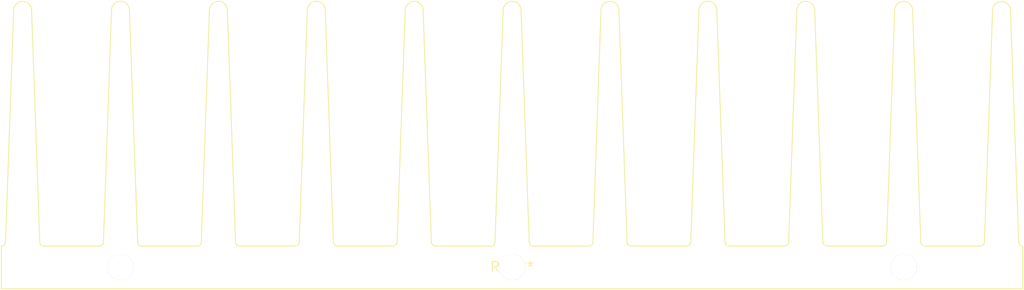
<source format=kicad_pcb>
(kicad_pcb (version 20240108) (generator pcbnew)
  (layers (0 "F.Cu" signal) (31 "B.Cu" signal) (34 "B.Paste" user) (35 "F.Paste" user) (36 "B.SilkS" user "B.Silkscreen") (37 "F.SilkS" user "F.Silkscreen") (38 "B.Mask" user) (39 "F.Mask" user) (44 "Edge.Cuts" user))
  (net 0 "")
  (footprint "Heatsink_125x35x50mm_3xFixationM3" (layer "F.Cu") (at 0 0)
    (property "Reference" "REF**")
    (property "Value" "Heatsink_125x35x50mm_3xFixationM3")
    (fp_line (start -62.6 2.65) (end -62.6 -2.57) (layer "F.SilkS") (stroke (width 0.12)))
    (fp_line (start -62.1 -2.97) (end -61.1 -31.52) (layer "F.SilkS") (stroke (width 0.12)))
    (fp_line (start -57.9 -3.02) (end -58.91 -31.62) (layer "F.SilkS") (stroke (width 0.12)))
    (fp_line (start -50.58 -2.57) (end -57.42 -2.57) (layer "F.SilkS") (stroke (width 0.12)))
    (fp_line (start -50.1 -2.97) (end -49.1 -31.52) (layer "F.SilkS") (stroke (width 0.12)))
    (fp_line (start -45.9 -3.02) (end -46.91 -31.62) (layer "F.SilkS") (stroke (width 0.12)))
    (fp_line (start -38.58 -2.57) (end -45.42 -2.57) (layer "F.SilkS") (stroke (width 0.12)))
    (fp_line (start -38.1 -2.97) (end -37.1 -31.52) (layer "F.SilkS") (stroke (width 0.12)))
    (fp_line (start -33.9 -3.02) (end -34.91 -31.62) (layer "F.SilkS") (stroke (width 0.12)))
    (fp_line (start -26.58 -2.57) (end -33.42 -2.57) (layer "F.SilkS") (stroke (width 0.12)))
    (fp_line (start -26.1 -2.97) (end -25.1 -31.52) (layer "F.SilkS") (stroke (width 0.12)))
    (fp_line (start -21.9 -3.02) (end -22.91 -31.62) (layer "F.SilkS") (stroke (width 0.12)))
    (fp_line (start -14.58 -2.57) (end -21.42 -2.57) (layer "F.SilkS") (stroke (width 0.12)))
    (fp_line (start -14.1 -2.97) (end -13.1 -31.52) (layer "F.SilkS") (stroke (width 0.12)))
    (fp_line (start -9.9 -3.02) (end -10.91 -31.62) (layer "F.SilkS") (stroke (width 0.12)))
    (fp_line (start -2.58 -2.57) (end -9.42 -2.57) (layer "F.SilkS") (stroke (width 0.12)))
    (fp_line (start -2.1 -2.97) (end -1.1 -31.52) (layer "F.SilkS") (stroke (width 0.12)))
    (fp_line (start 2.1 -3.02) (end 1.09 -31.62) (layer "F.SilkS") (stroke (width 0.12)))
    (fp_line (start 9.42 -2.57) (end 2.58 -2.57) (layer "F.SilkS") (stroke (width 0.12)))
    (fp_line (start 9.9 -2.97) (end 10.9 -31.52) (layer "F.SilkS") (stroke (width 0.12)))
    (fp_line (start 14.1 -3.02) (end 13.09 -31.62) (layer "F.SilkS") (stroke (width 0.12)))
    (fp_line (start 21.42 -2.57) (end 14.58 -2.57) (layer "F.SilkS") (stroke (width 0.12)))
    (fp_line (start 21.9 -2.97) (end 22.9 -31.52) (layer "F.SilkS") (stroke (width 0.12)))
    (fp_line (start 26.1 -3.02) (end 25.09 -31.62) (layer "F.SilkS") (stroke (width 0.12)))
    (fp_line (start 33.42 -2.57) (end 26.58 -2.57) (layer "F.SilkS") (stroke (width 0.12)))
    (fp_line (start 33.9 -2.97) (end 34.9 -31.52) (layer "F.SilkS") (stroke (width 0.12)))
    (fp_line (start 38.1 -3.02) (end 37.09 -31.62) (layer "F.SilkS") (stroke (width 0.12)))
    (fp_line (start 45.42 -2.57) (end 38.58 -2.57) (layer "F.SilkS") (stroke (width 0.12)))
    (fp_line (start 45.9 -2.97) (end 46.9 -31.52) (layer "F.SilkS") (stroke (width 0.12)))
    (fp_line (start 50.1 -3.02) (end 49.09 -31.62) (layer "F.SilkS") (stroke (width 0.12)))
    (fp_line (start 57.42 -2.57) (end 50.58 -2.57) (layer "F.SilkS") (stroke (width 0.12)))
    (fp_line (start 57.9 -2.95) (end 58.9 -31.5) (layer "F.SilkS") (stroke (width 0.12)))
    (fp_line (start 62.1 -3) (end 61.09 -31.6) (layer "F.SilkS") (stroke (width 0.12)))
    (fp_line (start 62.6 -2.55) (end 62.6 2.65) (layer "F.SilkS") (stroke (width 0.12)))
    (fp_line (start 62.6 2.65) (end -62.6 2.65) (layer "F.SilkS") (stroke (width 0.12)))
    (fp_arc (start -62.101906 -2.961535) (mid -62.277136 -2.679979) (end -62.59 -2.57) (layer "F.SilkS") (stroke (width 0.12)))
    (fp_arc (start -61.1 -31.52) (mid -60.049591 -32.570019) (end -58.908961 -31.618777) (layer "F.SilkS") (stroke (width 0.12)))
    (fp_arc (start -57.4 -2.57) (mid -57.735503 -2.699274) (end -57.897519 -3.020249) (layer "F.SilkS") (stroke (width 0.12)))
    (fp_arc (start -50.101906 -2.961535) (mid -50.277136 -2.679979) (end -50.59 -2.57) (layer "F.SilkS") (stroke (width 0.12)))
    (fp_arc (start -49.1 -31.52) (mid -48.049591 -32.570019) (end -46.908961 -31.618777) (layer "F.SilkS") (stroke (width 0.12)))
    (fp_arc (start -45.4 -2.57) (mid -45.735503 -2.699274) (end -45.897519 -3.020249) (layer "F.SilkS") (stroke (width 0.12)))
    (fp_arc (start -38.101906 -2.961535) (mid -38.277136 -2.679979) (end -38.59 -2.57) (layer "F.SilkS") (stroke (width 0.12)))
    (fp_arc (start -37.1 -31.52) (mid -36.049591 -32.570019) (end -34.908961 -31.618777) (layer "F.SilkS") (stroke (width 0.12)))
    (fp_arc (start -33.4 -2.57) (mid -33.735503 -2.699274) (end -33.897519 -3.020249) (layer "F.SilkS") (stroke (width 0.12)))
    (fp_arc (start -26.101906 -2.961535) (mid -26.277136 -2.679979) (end -26.59 -2.57) (layer "F.SilkS") (stroke (width 0.12)))
    (fp_arc (start -25.1 -31.52) (mid -24.049591 -32.570019) (end -22.908961 -31.618777) (layer "F.SilkS") (stroke (width 0.12)))
    (fp_arc (start -21.4 -2.57) (mid -21.735503 -2.699274) (end -21.897519 -3.020249) (layer "F.SilkS") (stroke (width 0.12)))
    (fp_arc (start -14.101906 -2.961535) (mid -14.277136 -2.679979) (end -14.59 -2.57) (layer "F.SilkS") (stroke (width 0.12)))
    (fp_arc (start -13.1 -31.52) (mid -12.049591 -32.570019) (end -10.908961 -31.618777) (layer "F.SilkS") (stroke (width 0.12)))
    (fp_arc (start -9.4 -2.57) (mid -9.735503 -2.699274) (end -9.897519 -3.020249) (layer "F.SilkS") (stroke (width 0.12)))
    (fp_arc (start -2.101906 -2.961535) (mid -2.277136 -2.679979) (end -2.59 -2.57) (layer "F.SilkS") (stroke (width 0.12)))
    (fp_arc (start -1.1 -31.52) (mid -0.049591 -32.570019) (end 1.091039 -31.618777) (layer "F.SilkS") (stroke (width 0.12)))
    (fp_arc (start 2.6 -2.57) (mid 2.264497 -2.699274) (end 2.102481 -3.020249) (layer "F.SilkS") (stroke (width 0.12)))
    (fp_arc (start 9.898094 -2.961535) (mid 9.722864 -2.679979) (end 9.41 -2.57) (layer "F.SilkS") (stroke (width 0.12)))
    (fp_arc (start 10.9 -31.52) (mid 11.950409 -32.570019) (end 13.091039 -31.618777) (layer "F.SilkS") (stroke (width 0.12)))
    (fp_arc (start 14.6 -2.57) (mid 14.264497 -2.699274) (end 14.102481 -3.020249) (layer "F.SilkS") (stroke (width 0.12)))
    (fp_arc (start 21.898094 -2.961535) (mid 21.722864 -2.679979) (end 21.41 -2.57) (layer "F.SilkS") (stroke (width 0.12)))
    (fp_arc (start 22.9 -31.52) (mid 23.950409 -32.570019) (end 25.091039 -31.618777) (layer "F.SilkS") (stroke (width 0.12)))
    (fp_arc (start 26.6 -2.57) (mid 26.264497 -2.699274) (end 26.102481 -3.020249) (layer "F.SilkS") (stroke (width 0.12)))
    (fp_arc (start 33.898094 -2.961535) (mid 33.722864 -2.679979) (end 33.41 -2.57) (layer "F.SilkS") (stroke (width 0.12)))
    (fp_arc (start 34.9 -31.52) (mid 35.950409 -32.570019) (end 37.091039 -31.618777) (layer "F.SilkS") (stroke (width 0.12)))
    (fp_arc (start 38.6 -2.57) (mid 38.264497 -2.699274) (end 38.102481 -3.020249) (layer "F.SilkS") (stroke (width 0.12)))
    (fp_arc (start 45.898094 -2.961535) (mid 45.722864 -2.679979) (end 45.41 -2.57) (layer "F.SilkS") (stroke (width 0.12)))
    (fp_arc (start 46.9 -31.52) (mid 47.950409 -32.570019) (end 49.091039 -31.618777) (layer "F.SilkS") (stroke (width 0.12)))
    (fp_arc (start 50.6 -2.57) (mid 50.264497 -2.699274) (end 50.102481 -3.020249) (layer "F.SilkS") (stroke (width 0.12)))
    (fp_arc (start 57.898094 -2.961535) (mid 57.722864 -2.679979) (end 57.41 -2.57) (layer "F.SilkS") (stroke (width 0.12)))
    (fp_arc (start 58.9 -31.5) (mid 59.950409 -32.550019) (end 61.091039 -31.598777) (layer "F.SilkS") (stroke (width 0.12)))
    (fp_arc (start 62.6 -2.55) (mid 62.264497 -2.679274) (end 62.102481 -3.000249) (layer "F.SilkS") (stroke (width 0.12)))
    (pad "" np_thru_hole circle (at -48 0) (size 3.2 3.2) (drill 3.2) (layers *.Cu *.SilkS *.Mask))
    (pad "" np_thru_hole circle (at 0 0) (size 3.2 3.2) (drill 3.2) (layers *.Cu *.SilkS *.Mask))
    (pad "" np_thru_hole circle (at 48.006 0) (size 3.2 3.2) (drill 3.2) (layers *.Cu *.SilkS *.Mask))
  )
)
</source>
